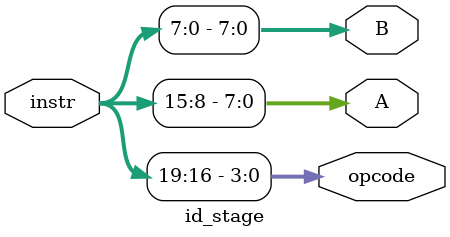
<source format=v>
`timescale 1ns / 1ps



// id_stage.v
// Combinational decoder: slice instruction into opcode, A, B


module id_stage (
    input  wire [19:0] instr,
    output wire [3:0]  opcode,
    output wire [7:0]  A,
    output wire [7:0]  B
);

    // instr[19:16] = opcode, instr[15:8] = A, instr[7:0] = B
    assign opcode = instr[19:16];
    assign A      = instr[15:8];
    assign B      = instr[7:0];

endmodule



</source>
